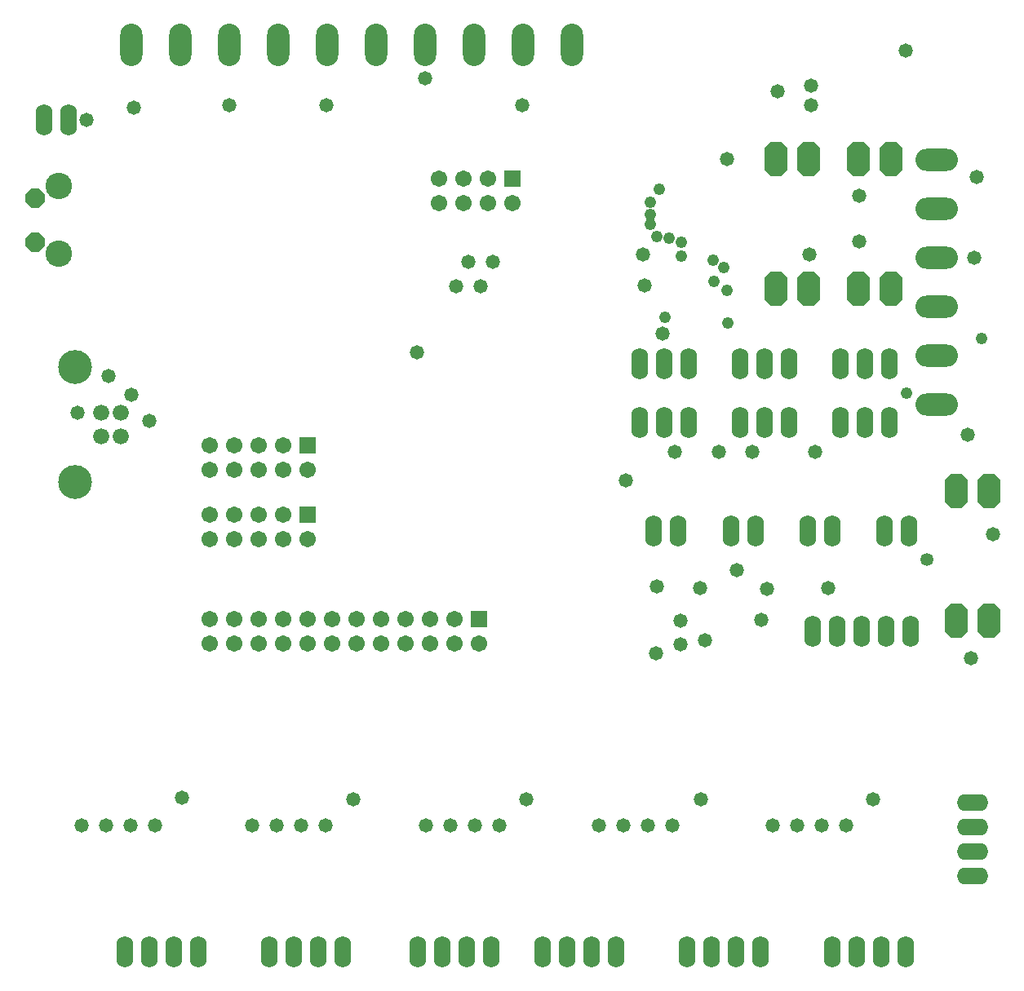
<source format=gbs>
G04 Layer_Color=16711935*
%FSLAX24Y24*%
%MOIN*%
G70*
G01*
G75*
%ADD92C,0.0580*%
%ADD246O,0.1730X0.0905*%
%ADD247O,0.0905X0.1730*%
%ADD248C,0.0671*%
%ADD249R,0.0671X0.0671*%
%ADD250O,0.0680X0.1280*%
G04:AMPARAMS|DCode=251|XSize=141mil|YSize=91mil|CornerRadius=0mil|HoleSize=0mil|Usage=FLASHONLY|Rotation=90.000|XOffset=0mil|YOffset=0mil|HoleType=Round|Shape=Octagon|*
%AMOCTAGOND251*
4,1,8,0.0228,0.0705,-0.0228,0.0705,-0.0455,0.0478,-0.0455,-0.0478,-0.0228,-0.0705,0.0228,-0.0705,0.0455,-0.0478,0.0455,0.0478,0.0228,0.0705,0.0*
%
%ADD251OCTAGOND251*%

%ADD252C,0.1385*%
%ADD253C,0.0660*%
%ADD254C,0.1080*%
%ADD255P,0.0844X8X292.5*%
%ADD256O,0.1280X0.0680*%
%ADD257C,0.0480*%
%ADD258C,0.0530*%
D92*
X34540Y32340D02*
D03*
X32520Y29960D02*
D03*
X34540Y30490D02*
D03*
X27250Y14000D02*
D03*
X18090Y28630D02*
D03*
X18590Y29630D02*
D03*
X19090Y28630D02*
D03*
X19580Y29630D02*
D03*
X16460Y25930D02*
D03*
X4820Y24200D02*
D03*
X3860Y24990D02*
D03*
X25790Y28676D02*
D03*
X33010Y6620D02*
D03*
X25921D02*
D03*
X11744D02*
D03*
X4776D02*
D03*
X34010D02*
D03*
X26921D02*
D03*
X12744D02*
D03*
X5776D02*
D03*
X32010D02*
D03*
X24921D02*
D03*
X10744D02*
D03*
X3776D02*
D03*
X31010D02*
D03*
X23921D02*
D03*
X9744D02*
D03*
X2776D02*
D03*
X18835D02*
D03*
X19835D02*
D03*
X16835D02*
D03*
X17835D02*
D03*
X39330Y33110D02*
D03*
X33290Y16300D02*
D03*
X30760Y16270D02*
D03*
X35120Y7680D02*
D03*
X28070D02*
D03*
X13860D02*
D03*
X6870Y7730D02*
D03*
X20790Y36060D02*
D03*
X12770D02*
D03*
X8800D02*
D03*
X4900Y35950D02*
D03*
X32740Y21880D02*
D03*
X28800D02*
D03*
X25020Y20700D02*
D03*
X26510Y26720D02*
D03*
X30170Y21880D02*
D03*
X27000D02*
D03*
X29550Y17060D02*
D03*
X28250Y14190D02*
D03*
X27250Y14970D02*
D03*
X26270Y16390D02*
D03*
X28050Y16310D02*
D03*
X20940Y7670D02*
D03*
X30551Y15010D02*
D03*
X26250Y13655D02*
D03*
X36450Y38280D02*
D03*
X25699Y29951D02*
D03*
X2990Y35450D02*
D03*
X29140Y33850D02*
D03*
X38970Y22570D02*
D03*
X39104Y13435D02*
D03*
X16810Y37150D02*
D03*
X5541Y23140D02*
D03*
X2618Y23474D02*
D03*
X40010Y18500D02*
D03*
X31210Y36610D02*
D03*
X39240Y29820D02*
D03*
X32579Y36850D02*
D03*
X32559Y36053D02*
D03*
D246*
X37706Y23825D02*
D03*
Y25825D02*
D03*
Y27825D02*
D03*
Y29825D02*
D03*
Y33825D02*
D03*
Y31825D02*
D03*
D247*
X4800Y38520D02*
D03*
X6800D02*
D03*
X8800D02*
D03*
X10800D02*
D03*
X12800D02*
D03*
X14800D02*
D03*
X16800D02*
D03*
X18800D02*
D03*
X20800D02*
D03*
X22800D02*
D03*
D248*
X17380Y32030D02*
D03*
Y33030D02*
D03*
X18380Y32030D02*
D03*
Y33030D02*
D03*
X19380Y32030D02*
D03*
Y33030D02*
D03*
X20380Y32030D02*
D03*
X19010Y14060D02*
D03*
X18010Y15060D02*
D03*
Y14060D02*
D03*
X17010Y15060D02*
D03*
Y14060D02*
D03*
X16010Y15060D02*
D03*
Y14060D02*
D03*
X15010Y15060D02*
D03*
Y14060D02*
D03*
X14010Y15060D02*
D03*
Y14060D02*
D03*
X13010Y15060D02*
D03*
Y14060D02*
D03*
X12010Y15060D02*
D03*
Y14060D02*
D03*
X11010Y15060D02*
D03*
Y14060D02*
D03*
X10010Y15060D02*
D03*
Y14060D02*
D03*
X9010Y15060D02*
D03*
Y14060D02*
D03*
X8010Y15060D02*
D03*
Y14060D02*
D03*
Y18300D02*
D03*
Y19300D02*
D03*
X9010Y18300D02*
D03*
Y19300D02*
D03*
X10010Y18300D02*
D03*
Y19300D02*
D03*
X11010Y18300D02*
D03*
Y19300D02*
D03*
X12010Y18300D02*
D03*
X8010Y21150D02*
D03*
Y22150D02*
D03*
X9010Y21150D02*
D03*
Y22150D02*
D03*
X10010Y21150D02*
D03*
Y22150D02*
D03*
X11010Y21150D02*
D03*
Y22150D02*
D03*
X12010Y21150D02*
D03*
D249*
X20380Y33030D02*
D03*
X19010Y15060D02*
D03*
X12010Y19300D02*
D03*
Y22150D02*
D03*
D250*
X35650Y14550D02*
D03*
X34650D02*
D03*
X33650D02*
D03*
X32650D02*
D03*
X36650D02*
D03*
X1240Y35450D02*
D03*
X2240D02*
D03*
X31675Y25490D02*
D03*
X30675D02*
D03*
X29675D02*
D03*
X33780D02*
D03*
X34780D02*
D03*
X35780D02*
D03*
X27570D02*
D03*
X26570D02*
D03*
X25570D02*
D03*
X35780Y23090D02*
D03*
X34780D02*
D03*
X33780D02*
D03*
X29675D02*
D03*
X30675D02*
D03*
X31675D02*
D03*
X27570D02*
D03*
X26570D02*
D03*
X25570D02*
D03*
X21600Y1450D02*
D03*
X22600D02*
D03*
X23600D02*
D03*
X24600D02*
D03*
X16500D02*
D03*
X17500D02*
D03*
X18500D02*
D03*
X19500D02*
D03*
X26130Y18630D02*
D03*
X27130D02*
D03*
X29300D02*
D03*
X30300D02*
D03*
X32450D02*
D03*
X33450D02*
D03*
X35580D02*
D03*
X36580D02*
D03*
X7550Y1450D02*
D03*
X6550D02*
D03*
X5550D02*
D03*
X4550D02*
D03*
X13450D02*
D03*
X12450D02*
D03*
X11450D02*
D03*
X10450D02*
D03*
X30500D02*
D03*
X29500D02*
D03*
X28500D02*
D03*
X27500D02*
D03*
X36450D02*
D03*
X35450D02*
D03*
X34450D02*
D03*
X33450D02*
D03*
D251*
X34510Y33840D02*
D03*
X35850D02*
D03*
Y28540D02*
D03*
X34510D02*
D03*
X31150Y33840D02*
D03*
X32490D02*
D03*
Y28540D02*
D03*
X31150D02*
D03*
X39843Y20288D02*
D03*
X38503D02*
D03*
Y14988D02*
D03*
X39843D02*
D03*
D252*
X2500Y20630D02*
D03*
Y25362D02*
D03*
D253*
X3570Y22500D02*
D03*
Y23492D02*
D03*
X4360D02*
D03*
Y22500D02*
D03*
D254*
X1840Y29970D02*
D03*
Y32730D02*
D03*
D255*
X860Y30460D02*
D03*
Y32240D02*
D03*
D256*
X39180Y7550D02*
D03*
Y6550D02*
D03*
Y5550D02*
D03*
Y4550D02*
D03*
D257*
X29160Y27150D02*
D03*
X36480Y24270D02*
D03*
X39550Y26500D02*
D03*
X28600Y28860D02*
D03*
X26000Y32070D02*
D03*
Y31590D02*
D03*
Y31170D02*
D03*
X26290Y30690D02*
D03*
X26380Y32620D02*
D03*
X29130Y28470D02*
D03*
X28590Y29710D02*
D03*
X27260Y29890D02*
D03*
X27270Y30440D02*
D03*
X26770Y30620D02*
D03*
X29020Y29400D02*
D03*
X26600Y27370D02*
D03*
D258*
X37320Y17480D02*
D03*
M02*

</source>
